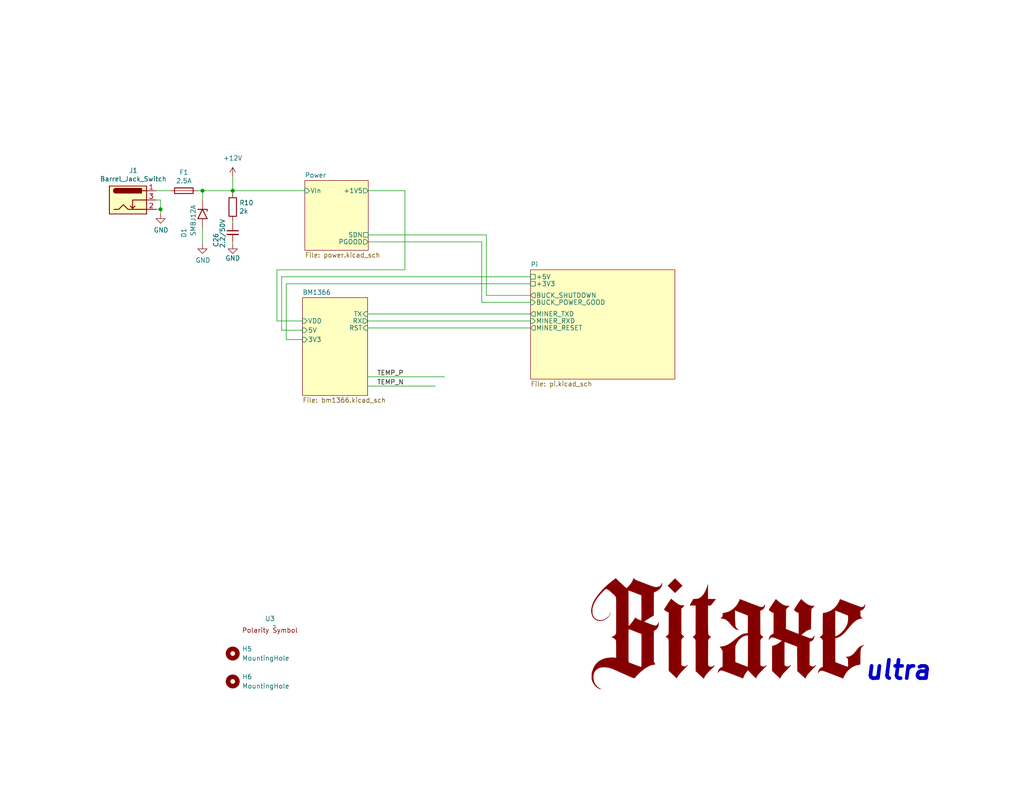
<source format=kicad_sch>
(kicad_sch (version 20230121) (generator eeschema)
  (paper "A")
  (title_block (title "BM1366 bitaxe") (date "2023-10-10") (rev "202"))
  (lib_symbols
    (symbol "Connector:Barrel_Jack_Switch" (pin_names hide)
      (property "Reference" "J" (at 0 5.334 0))
      (property "Value" "Barrel_Jack_Switch" (at 0 -5.08 0))
      (symbol "Barrel_Jack_Switch_1_1"
        (pin passive line (at 7.62 2.54 180) (length 2.54) (name "~") (number "1"))
        (pin passive line (at 7.62 -2.54 180) (length 2.54) (name "~") (number "2"))
        (pin passive line (at 7.62 0 180) (length 2.54) (name "~") (number "3"))
      )
    )
    (symbol "Device:C_Small" (pin_numbers hide) (pin_names (offset 0.254) hide)
      (property "Reference" "C" (at 0.254 1.778 0))
      (property "Value" "C_Small" (at 0.254 -2.032 0))
      (symbol "C_Small_1_1"
        (pin passive line (at 0 2.54 270) (length 2.032) (name "~") (number "1"))
        (pin passive line (at 0 -2.54 90) (length 2.032) (name "~") (number "2"))
      )
    )
    (symbol "Device:Fuse" (pin_numbers hide) (pin_names (offset 0))
      (property "Reference" "F" (at 2.032 0 90))
      (property "Value" "Fuse" (at -1.905 0 90))
      (symbol "Fuse_1_1"
        (pin passive line (at 0 3.81 270) (length 1.27) (name "~") (number "1"))
        (pin passive line (at 0 -3.81 90) (length 1.27) (name "~") (number "2"))
      )
    )
    (symbol "Device:R" (pin_numbers hide) (pin_names (offset 0))
      (property "Reference" "R" (at 2.032 0 90))
      (property "Value" "R" (at 0 0 90))
      (symbol "R_1_1"
        (pin passive line (at 0 3.81 270) (length 1.27) (name "~") (number "1"))
        (pin passive line (at 0 -3.81 90) (length 1.27) (name "~") (number "2"))
      )
    )
    (symbol "Diode:5KPxxA" (pin_numbers hide) (pin_names (offset 1.016) hide)
      (property "Reference" "D" (at 0 2.54 0))
      (property "Value" "5KPxxA" (at 0 -2.54 0))
      (symbol "5KPxxA_1_1"
        (pin passive line (at -3.81 0 0) (length 2.54) (name "A1") (number "1"))
        (pin passive line (at 3.81 0 180) (length 2.54) (name "A2") (number "2"))
      )
    )
    (symbol "Mechanical:MountingHole" (pin_names (offset 1.016))
      (property "Reference" "H" (at 0 5.08 0))
      (property "Value" "MountingHole" (at 0 3.175 0))
    )
    (symbol "bitaxe:LOGO" (pin_names (offset 1.016)))
    (symbol "bitaxe:polarity" (in_bom no)
      (property "Reference" "U" (at 0 0 0))
      (symbol "polarity_1_1"
        (text "Polarity Symbol" (at -1.27 -1.27 0) (effects (font (size 1.27 1.27))))
      )
    )
    (symbol "power:+12V" (power) (pin_names (offset 0))
      (property "Value" "+12V" (at 0 3.556 0))
      (symbol "+12V_1_1"
        (pin power_in line (at 0 0 90) (length 0) hide (name "+12V") (number "1"))
      )
    )
    (symbol "power:GND" (power) (pin_names (offset 0))
      (property "Value" "GND" (at 0 -3.81 0))
      (symbol "GND_1_1"
        (pin power_in line (at 0 0 270) (length 0) hide (name "GND") (number "1"))
      )
    )
  )
  (junction (at 55.245 52.07))
  (junction (at 43.815 57.15))
  (junction (at 63.5 52.07))
  (wire (pts (xy 100.33 102.87) (xy 121.285 102.87)))
  (wire (pts (xy 63.5 66.675) (xy 63.5 66.04)))
  (wire (pts (xy 110.49 73.66) (xy 75.565 73.66)))
  (wire (pts (xy 53.975 52.07) (xy 55.245 52.07)))
  (wire (pts (xy 63.5 52.07) (xy 63.5 52.705)))
  (wire (pts (xy 100.33 87.63) (xy 144.78 87.63)))
  (wire (pts (xy 63.5 52.07) (xy 83.185 52.07)))
  (wire (pts (xy 131.445 82.55) (xy 144.78 82.55)))
  (wire (pts (xy 132.715 64.135) (xy 132.715 80.645)))
  (wire (pts (xy 131.445 66.04) (xy 131.445 82.55)))
  (wire (pts (xy 132.715 80.645) (xy 144.78 80.645)))
  (wire (pts (xy 43.815 57.15) (xy 43.815 58.42)))
  (wire (pts (xy 110.49 52.07) (xy 110.49 73.66)))
  (wire (pts (xy 100.33 89.535) (xy 144.78 89.535)))
  (wire (pts (xy 42.545 54.61) (xy 43.815 54.61)))
  (wire (pts (xy 76.835 75.565) (xy 76.835 90.17)))
  (wire (pts (xy 78.105 77.47) (xy 78.105 92.71)))
  (wire (pts (xy 75.565 87.63) (xy 82.55 87.63)))
  (wire (pts (xy 144.78 75.565) (xy 76.835 75.565)))
  (wire (pts (xy 55.245 54.61) (xy 55.245 52.07)))
  (wire (pts (xy 42.545 52.07) (xy 46.355 52.07)))
  (wire (pts (xy 100.33 105.41) (xy 118.745 105.41)))
  (wire (pts (xy 76.835 90.17) (xy 82.55 90.17)))
  (wire (pts (xy 42.545 57.15) (xy 43.815 57.15)))
  (wire (pts (xy 78.105 92.71) (xy 82.55 92.71)))
  (wire (pts (xy 43.815 54.61) (xy 43.815 57.15)))
  (wire (pts (xy 55.245 66.675) (xy 55.245 62.23)))
  (wire (pts (xy 63.5 48.26) (xy 63.5 52.07)))
  (wire (pts (xy 100.33 85.725) (xy 144.78 85.725)))
  (wire (pts (xy 144.78 77.47) (xy 78.105 77.47)))
  (wire (pts (xy 100.457 52.07) (xy 110.49 52.07)))
  (wire (pts (xy 75.565 73.66) (xy 75.565 87.63)))
  (wire (pts (xy 100.457 64.135) (xy 132.715 64.135)))
  (wire (pts (xy 55.245 52.07) (xy 63.5 52.07)))
  (wire (pts (xy 63.5 60.96) (xy 63.5 60.325)))
  (wire (pts (xy 100.457 66.04) (xy 131.445 66.04)))
  (text "ultra" (at 235.585 186.055 0) (effects (font (size 5 5) (thickness 1) bold italic) (justify left bottom)))
  (label "TEMP_N" (at 102.87 105.41 0))
  (label "TEMP_P" (at 102.87 102.87 0))
  (symbol (lib_id "power:GND") (at 55.245 66.675 0) (unit 1)
    (property "Reference" "#PWR07" (effects hide))
    (property "Value" "GND" (at 55.372 71.0692 0))
  )
  (symbol (lib_id "Connector:Barrel_Jack_Switch") (at 34.925 54.61 0) (unit 1)
    (property "Reference" "J1" (at 36.3728 46.5582 0))
    (property "Value" "Barrel_Jack_Switch" (at 36.3728 48.8696 0))
    (property "Footprint" "Connector_BarrelJack:BarrelJack_CUI_PJ-102AH_Horizontal" (effects hide))
    (property "Distributor" "D" (effects hide))
    (property "Manufacturer" "PJ-102AH" (effects hide))
    (property "OrderNr" "CP-102AH-ND" (effects hide))
  )
  (symbol (lib_id "power:GND") (at 63.5 66.675 0) (unit 1)
    (property "Reference" "#PWR011" (effects hide))
    (property "Value" "GND" (at 63.5 70.485 0))
  )
  (symbol (lib_id "Diode:5KPxxA") (at 55.245 58.42 270) (unit 1)
    (property "Reference" "D1" (at 50.165 62.23 0) (effects (justify left)))
    (property "Value" "SMBJ12A" (at 52.705 55.88 0) (effects (justify left)))
    (property "Footprint" "Diode_SMD:D_SMB" (effects hide))
    (property "Distributor" "D" (effects hide))
    (property "Manufacturer" "SMBJ12A" (effects hide))
    (property "OrderNr" "SMBJ12ALFCT-ND" (effects hide))
  )
  (symbol (lib_id "Mechanical:MountingHole") (at 63.5 186.055 0) (unit 1) (in_bom no)
    (property "Reference" "H6" (at 66.04 184.7849 0) (effects (justify left)))
    (property "Value" "MountingHole" (at 66.04 187.3249 0) (effects (justify left)))
    (property "Footprint" "MountingHole:MountingHole_3.5mm" (effects hide))
    (property "Distributor" "-" (effects hide))
  )
  (symbol (lib_id "power:GND") (at 43.815 58.42 0) (unit 1)
    (property "Reference" "#PWR06" (effects hide))
    (property "Value" "GND" (at 43.942 62.8142 0))
  )
  (symbol (lib_id "Device:R") (at 63.5 56.515 0) (unit 1)
    (property "Reference" "R10" (at 65.278 55.3466 0) (effects (justify left)))
    (property "Value" "2k" (at 65.278 57.658 0) (effects (justify left)))
    (property "Footprint" "Resistor_SMD:R_0805_2012Metric" (effects hide))
  )
  (symbol (lib_id "Mechanical:MountingHole") (at 63.5 178.435 0) (unit 1) (in_bom no)
    (property "Reference" "H5" (at 66.04 177.1649 0) (effects (justify left)))
    (property "Value" "MountingHole" (at 66.04 179.7049 0) (effects (justify left)))
    (property "Footprint" "MountingHole:MountingHole_3.5mm" (effects hide))
    (property "Distributor" "-" (effects hide))
  )
  (symbol (lib_id "power:+12V") (at 63.5 48.26 0) (unit 1)
    (property "Reference" "#PWR09" (effects hide))
    (property "Value" "+12V" (at 63.5 43.18 0))
  )
  (symbol (lib_id "bitaxe:LOGO") (at 197.485 173.99 0) (unit 1)
    (property "Reference" "#G1" (effects hide))
    (property "Value" "LOGO" (effects hide))
  )
  (symbol (lib_id "bitaxe:polarity") (at 74.93 170.815 0) (unit 1) (in_bom no)
    (property "Reference" "U3" (at 73.66 168.91 0))
    (property "Value" "~" (at 74.93 170.815 0))
    (property "Footprint" "bitaxe:polarity" (effects hide))
    (property "Distributor" "-" (effects hide))
  )
  (symbol (lib_id "Device:C_Small") (at 63.5 63.5 0) (unit 1)
    (property "Reference" "C26" (at 58.928 65.532 90))
    (property "Value" "2.2/50V" (at 60.706 63.754 90))
    (property "Footprint" "Capacitor_SMD:C_1206_3216Metric" (effects hide))
  )
  (symbol (lib_id "Device:Fuse") (at 50.165 52.07 270) (unit 1)
    (property "Reference" "F1" (at 50.165 47.0662 90))
    (property "Value" "2.5A" (at 50.165 49.3776 90))
    (property "Footprint" "myfootprints:fuseholder_littlefuse_blok" (effects hide))
    (property "Distributor" "D" (effects hide))
    (property "Manufacturer" "0154010.DR" (effects hide))
    (property "OrderNr" "F1251CT-ND" (effects hide))
  )
  (sheet (at 82.55 81.28) (size 17.78 26.67) (stroke (width 0.1524)) (fill (color 255 255 194 1.0000))
    (property "Sheetname" "BM1366" (at 82.55 80.5684 0) (effects (justify left bottom)))
    (property "Sheetfile" "bm1366.kicad_sch" (at 82.55 108.5346 0) (effects (justify left top)))
    (pin "TX" input (at 100.33 85.725 0))
    (pin "RX" output (at 100.33 87.63 0))
    (pin "RST" input (at 100.33 89.535 0))
    (pin "3V3" input (at 82.55 92.71 180))
    (pin "5V" input (at 82.55 90.17 180))
    (pin "VDD" input (at 82.55 87.63 180))
  )
  (sheet (at 83.185 49.276) (size 17.272 19.05) (stroke (width 0.1524)) (fill (color 255 255 194 1.0000))
    (property "Sheetname" "Power" (at 83.185 48.5644 0) (effects (justify left bottom)))
    (property "Sheetfile" "power.kicad_sch" (at 83.185 68.9106 0) (effects (justify left top)))
    (pin "PGOOD" output (at 100.457 66.04 0))
    (pin "+1V5" output (at 100.457 52.07 0))
    (pin "SDN" passive (at 100.457 64.135 0))
    (pin "VIn" input (at 83.185 52.07 180))
  )
  (sheet (at 144.78 73.66) (size 39.37 29.845) (stroke (width 0.1524)) (fill (color 255 255 194 1.0000))
    (property "Sheetname" "Pi" (at 144.78 72.9484 0) (effects (justify left bottom)))
    (property "Sheetfile" "pi.kicad_sch" (at 144.78 104.0896 0) (effects (justify left top)))
    (pin "+3V3" passive (at 144.78 77.47 180))
    (pin "+5V" passive (at 144.78 75.565 180))
    (pin "MINER_TXD" output (at 144.78 85.725 180))
    (pin "MINER_RXD" input (at 144.78 87.63 180))
    (pin "BUCK_SHUTDOWN" output (at 144.78 80.645 180))
    (pin "BUCK_POWER_GOOD" input (at 144.78 82.55 180))
    (pin "MINER_RESET" output (at 144.78 89.535 180))
  )
)
</source>
